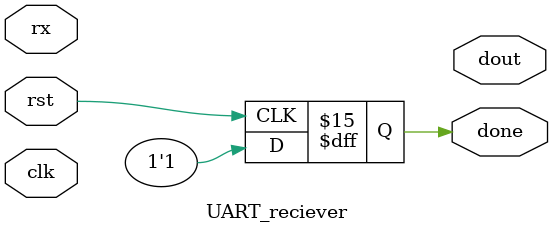
<source format=v>
module UART_reciever(rx, clk, dout, done, rst);

	input rx;
	input clk;
	input rst;
	output reg [7:0] dout;
	output reg done;

	reg [3:0] counter;
	reg [2:0] state;
	reg [3:0] bit_count;
	
	parameter [5:0] IDLE = 5'd0, DATA  = 5'd1, STOP  = 5'd2;
	
	always @ (clk)
	begin
		if (clk == 1)
		begin
			case (state)
			IDLE:
				if (rx == 0 && counter == 4'd7) 
				begin
					done <= 0;
					state <= DATA;
					counter <= 0;
					bit_count <= 0;
					dout <= 0;
		        	end 
				else
				begin
			        	counter <= counter + 1;
			        end
		        DATA:
		        	if (counter == 4'd15) 
				begin
					state <= DATA;
					dout <= {rx, dout[7:1]};
					bit_count <= bit_count + 1;
					counter <= counter + 1;
			                if (bit_count == 3'd7)
					begin
						state <= STOP;
						bit_count <= 0;
						done <= 0;
			                end
				end 
				else 
				begin
		        		counter <= counter + 1;
		        	end
		        STOP:
				if (counter == 4'd15)
				begin
					done <= 1;
					state <= IDLE;
					counter <= 0;
		            	end 
				else 
				begin
					counter <= counter + 1;
				end
			endcase
		end
	end
	
	always @ (negedge rst) 
	begin
		state <= IDLE;
		counter <= 4'b0;
		done <= 1;
	end

endmodule
</source>
